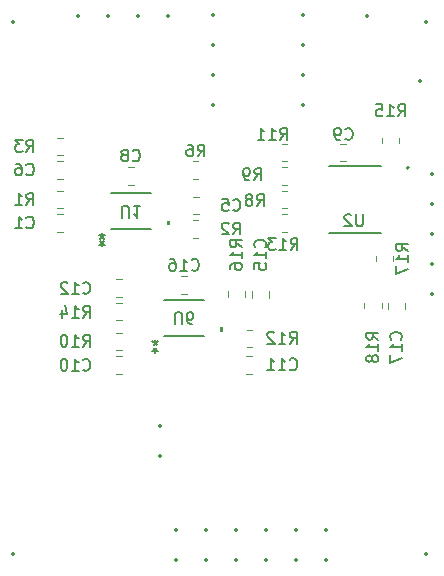
<source format=gbo>
%TF.GenerationSoftware,KiCad,Pcbnew,8.0.2*%
%TF.CreationDate,2024-06-08T00:27:39-04:00*%
%TF.ProjectId,EIS Board,45495320-426f-4617-9264-2e6b69636164,rev?*%
%TF.SameCoordinates,Original*%
%TF.FileFunction,Legend,Bot*%
%TF.FilePolarity,Positive*%
%FSLAX46Y46*%
G04 Gerber Fmt 4.6, Leading zero omitted, Abs format (unit mm)*
G04 Created by KiCad (PCBNEW 8.0.2) date 2024-06-08 00:27:39*
%MOMM*%
%LPD*%
G01*
G04 APERTURE LIST*
%ADD10C,0.150000*%
%ADD11C,0.152400*%
%ADD12C,0.000000*%
%ADD13C,0.120000*%
%ADD14C,0.200000*%
%ADD15C,0.127000*%
%ADD16C,0.350000*%
G04 APERTURE END LIST*
D10*
X116238095Y-78045180D02*
X116238095Y-77235657D01*
X116238095Y-77235657D02*
X116285714Y-77140419D01*
X116285714Y-77140419D02*
X116333333Y-77092800D01*
X116333333Y-77092800D02*
X116428571Y-77045180D01*
X116428571Y-77045180D02*
X116619047Y-77045180D01*
X116619047Y-77045180D02*
X116714285Y-77092800D01*
X116714285Y-77092800D02*
X116761904Y-77140419D01*
X116761904Y-77140419D02*
X116809523Y-77235657D01*
X116809523Y-77235657D02*
X116809523Y-78045180D01*
X117714285Y-78045180D02*
X117523809Y-78045180D01*
X117523809Y-78045180D02*
X117428571Y-77997561D01*
X117428571Y-77997561D02*
X117380952Y-77949942D01*
X117380952Y-77949942D02*
X117285714Y-77807085D01*
X117285714Y-77807085D02*
X117238095Y-77616609D01*
X117238095Y-77616609D02*
X117238095Y-77235657D01*
X117238095Y-77235657D02*
X117285714Y-77140419D01*
X117285714Y-77140419D02*
X117333333Y-77092800D01*
X117333333Y-77092800D02*
X117428571Y-77045180D01*
X117428571Y-77045180D02*
X117619047Y-77045180D01*
X117619047Y-77045180D02*
X117714285Y-77092800D01*
X117714285Y-77092800D02*
X117761904Y-77140419D01*
X117761904Y-77140419D02*
X117809523Y-77235657D01*
X117809523Y-77235657D02*
X117809523Y-77473752D01*
X117809523Y-77473752D02*
X117761904Y-77568990D01*
X117761904Y-77568990D02*
X117714285Y-77616609D01*
X117714285Y-77616609D02*
X117619047Y-77664228D01*
X117619047Y-77664228D02*
X117428571Y-77664228D01*
X117428571Y-77664228D02*
X117333333Y-77616609D01*
X117333333Y-77616609D02*
X117285714Y-77568990D01*
X117285714Y-77568990D02*
X117238095Y-77473752D01*
X114567950Y-80467832D02*
X114567950Y-80229737D01*
X114329855Y-80324975D02*
X114567950Y-80229737D01*
X114567950Y-80229737D02*
X114806045Y-80324975D01*
X114425093Y-80039261D02*
X114567950Y-80229737D01*
X114567950Y-80229737D02*
X114710807Y-80039261D01*
X114567949Y-79377471D02*
X114567949Y-79615566D01*
X114806044Y-79520328D02*
X114567949Y-79615566D01*
X114567949Y-79615566D02*
X114329854Y-79520328D01*
X114710806Y-79806042D02*
X114567949Y-79615566D01*
X114567949Y-79615566D02*
X114425092Y-79806042D01*
X111738095Y-69045180D02*
X111738095Y-68235657D01*
X111738095Y-68235657D02*
X111785714Y-68140419D01*
X111785714Y-68140419D02*
X111833333Y-68092800D01*
X111833333Y-68092800D02*
X111928571Y-68045180D01*
X111928571Y-68045180D02*
X112119047Y-68045180D01*
X112119047Y-68045180D02*
X112214285Y-68092800D01*
X112214285Y-68092800D02*
X112261904Y-68140419D01*
X112261904Y-68140419D02*
X112309523Y-68235657D01*
X112309523Y-68235657D02*
X112309523Y-69045180D01*
X113309523Y-68045180D02*
X112738095Y-68045180D01*
X113023809Y-68045180D02*
X113023809Y-69045180D01*
X113023809Y-69045180D02*
X112928571Y-68902323D01*
X112928571Y-68902323D02*
X112833333Y-68807085D01*
X112833333Y-68807085D02*
X112738095Y-68759466D01*
X110067950Y-71467832D02*
X110067950Y-71229737D01*
X109829855Y-71324975D02*
X110067950Y-71229737D01*
X110067950Y-71229737D02*
X110306045Y-71324975D01*
X109925093Y-71039261D02*
X110067950Y-71229737D01*
X110067950Y-71229737D02*
X110210807Y-71039261D01*
X110067949Y-70377471D02*
X110067949Y-70615566D01*
X110306044Y-70520328D02*
X110067949Y-70615566D01*
X110067949Y-70615566D02*
X109829854Y-70520328D01*
X110210806Y-70806042D02*
X110067949Y-70615566D01*
X110067949Y-70615566D02*
X109925092Y-70806042D01*
X125964807Y-81859580D02*
X126012426Y-81907200D01*
X126012426Y-81907200D02*
X126155283Y-81954819D01*
X126155283Y-81954819D02*
X126250521Y-81954819D01*
X126250521Y-81954819D02*
X126393378Y-81907200D01*
X126393378Y-81907200D02*
X126488616Y-81811961D01*
X126488616Y-81811961D02*
X126536235Y-81716723D01*
X126536235Y-81716723D02*
X126583854Y-81526247D01*
X126583854Y-81526247D02*
X126583854Y-81383390D01*
X126583854Y-81383390D02*
X126536235Y-81192914D01*
X126536235Y-81192914D02*
X126488616Y-81097676D01*
X126488616Y-81097676D02*
X126393378Y-81002438D01*
X126393378Y-81002438D02*
X126250521Y-80954819D01*
X126250521Y-80954819D02*
X126155283Y-80954819D01*
X126155283Y-80954819D02*
X126012426Y-81002438D01*
X126012426Y-81002438D02*
X125964807Y-81050057D01*
X125012426Y-81954819D02*
X125583854Y-81954819D01*
X125298140Y-81954819D02*
X125298140Y-80954819D01*
X125298140Y-80954819D02*
X125393378Y-81097676D01*
X125393378Y-81097676D02*
X125488616Y-81192914D01*
X125488616Y-81192914D02*
X125583854Y-81240533D01*
X124060045Y-81954819D02*
X124631473Y-81954819D01*
X124345759Y-81954819D02*
X124345759Y-80954819D01*
X124345759Y-80954819D02*
X124440997Y-81097676D01*
X124440997Y-81097676D02*
X124536235Y-81192914D01*
X124536235Y-81192914D02*
X124631473Y-81240533D01*
X130666666Y-62359580D02*
X130714285Y-62407200D01*
X130714285Y-62407200D02*
X130857142Y-62454819D01*
X130857142Y-62454819D02*
X130952380Y-62454819D01*
X130952380Y-62454819D02*
X131095237Y-62407200D01*
X131095237Y-62407200D02*
X131190475Y-62311961D01*
X131190475Y-62311961D02*
X131238094Y-62216723D01*
X131238094Y-62216723D02*
X131285713Y-62026247D01*
X131285713Y-62026247D02*
X131285713Y-61883390D01*
X131285713Y-61883390D02*
X131238094Y-61692914D01*
X131238094Y-61692914D02*
X131190475Y-61597676D01*
X131190475Y-61597676D02*
X131095237Y-61502438D01*
X131095237Y-61502438D02*
X130952380Y-61454819D01*
X130952380Y-61454819D02*
X130857142Y-61454819D01*
X130857142Y-61454819D02*
X130714285Y-61502438D01*
X130714285Y-61502438D02*
X130666666Y-61550057D01*
X130190475Y-62454819D02*
X129999999Y-62454819D01*
X129999999Y-62454819D02*
X129904761Y-62407200D01*
X129904761Y-62407200D02*
X129857142Y-62359580D01*
X129857142Y-62359580D02*
X129761904Y-62216723D01*
X129761904Y-62216723D02*
X129714285Y-62026247D01*
X129714285Y-62026247D02*
X129714285Y-61645295D01*
X129714285Y-61645295D02*
X129761904Y-61550057D01*
X129761904Y-61550057D02*
X129809523Y-61502438D01*
X129809523Y-61502438D02*
X129904761Y-61454819D01*
X129904761Y-61454819D02*
X130095237Y-61454819D01*
X130095237Y-61454819D02*
X130190475Y-61502438D01*
X130190475Y-61502438D02*
X130238094Y-61550057D01*
X130238094Y-61550057D02*
X130285713Y-61645295D01*
X130285713Y-61645295D02*
X130285713Y-61883390D01*
X130285713Y-61883390D02*
X130238094Y-61978628D01*
X130238094Y-61978628D02*
X130190475Y-62026247D01*
X130190475Y-62026247D02*
X130095237Y-62073866D01*
X130095237Y-62073866D02*
X129904761Y-62073866D01*
X129904761Y-62073866D02*
X129809523Y-62026247D01*
X129809523Y-62026247D02*
X129761904Y-61978628D01*
X129761904Y-61978628D02*
X129714285Y-61883390D01*
X121166666Y-70454819D02*
X121499999Y-69978628D01*
X121738094Y-70454819D02*
X121738094Y-69454819D01*
X121738094Y-69454819D02*
X121357142Y-69454819D01*
X121357142Y-69454819D02*
X121261904Y-69502438D01*
X121261904Y-69502438D02*
X121214285Y-69550057D01*
X121214285Y-69550057D02*
X121166666Y-69645295D01*
X121166666Y-69645295D02*
X121166666Y-69788152D01*
X121166666Y-69788152D02*
X121214285Y-69883390D01*
X121214285Y-69883390D02*
X121261904Y-69931009D01*
X121261904Y-69931009D02*
X121357142Y-69978628D01*
X121357142Y-69978628D02*
X121738094Y-69978628D01*
X120785713Y-69550057D02*
X120738094Y-69502438D01*
X120738094Y-69502438D02*
X120642856Y-69454819D01*
X120642856Y-69454819D02*
X120404761Y-69454819D01*
X120404761Y-69454819D02*
X120309523Y-69502438D01*
X120309523Y-69502438D02*
X120261904Y-69550057D01*
X120261904Y-69550057D02*
X120214285Y-69645295D01*
X120214285Y-69645295D02*
X120214285Y-69740533D01*
X120214285Y-69740533D02*
X120261904Y-69883390D01*
X120261904Y-69883390D02*
X120833332Y-70454819D01*
X120833332Y-70454819D02*
X120214285Y-70454819D01*
X108464807Y-77492571D02*
X108798140Y-77016380D01*
X109036235Y-77492571D02*
X109036235Y-76492571D01*
X109036235Y-76492571D02*
X108655283Y-76492571D01*
X108655283Y-76492571D02*
X108560045Y-76540190D01*
X108560045Y-76540190D02*
X108512426Y-76587809D01*
X108512426Y-76587809D02*
X108464807Y-76683047D01*
X108464807Y-76683047D02*
X108464807Y-76825904D01*
X108464807Y-76825904D02*
X108512426Y-76921142D01*
X108512426Y-76921142D02*
X108560045Y-76968761D01*
X108560045Y-76968761D02*
X108655283Y-77016380D01*
X108655283Y-77016380D02*
X109036235Y-77016380D01*
X107512426Y-77492571D02*
X108083854Y-77492571D01*
X107798140Y-77492571D02*
X107798140Y-76492571D01*
X107798140Y-76492571D02*
X107893378Y-76635428D01*
X107893378Y-76635428D02*
X107988616Y-76730666D01*
X107988616Y-76730666D02*
X108083854Y-76778285D01*
X106655283Y-76825904D02*
X106655283Y-77492571D01*
X106893378Y-76444952D02*
X107131473Y-77159237D01*
X107131473Y-77159237D02*
X106512426Y-77159237D01*
X121917319Y-71535192D02*
X121441128Y-71201859D01*
X121917319Y-70963764D02*
X120917319Y-70963764D01*
X120917319Y-70963764D02*
X120917319Y-71344716D01*
X120917319Y-71344716D02*
X120964938Y-71439954D01*
X120964938Y-71439954D02*
X121012557Y-71487573D01*
X121012557Y-71487573D02*
X121107795Y-71535192D01*
X121107795Y-71535192D02*
X121250652Y-71535192D01*
X121250652Y-71535192D02*
X121345890Y-71487573D01*
X121345890Y-71487573D02*
X121393509Y-71439954D01*
X121393509Y-71439954D02*
X121441128Y-71344716D01*
X121441128Y-71344716D02*
X121441128Y-70963764D01*
X121917319Y-72487573D02*
X121917319Y-71916145D01*
X121917319Y-72201859D02*
X120917319Y-72201859D01*
X120917319Y-72201859D02*
X121060176Y-72106621D01*
X121060176Y-72106621D02*
X121155414Y-72011383D01*
X121155414Y-72011383D02*
X121203033Y-71916145D01*
X120917319Y-73344716D02*
X120917319Y-73154240D01*
X120917319Y-73154240D02*
X120964938Y-73059002D01*
X120964938Y-73059002D02*
X121012557Y-73011383D01*
X121012557Y-73011383D02*
X121155414Y-72916145D01*
X121155414Y-72916145D02*
X121345890Y-72868526D01*
X121345890Y-72868526D02*
X121726842Y-72868526D01*
X121726842Y-72868526D02*
X121822080Y-72916145D01*
X121822080Y-72916145D02*
X121869700Y-72963764D01*
X121869700Y-72963764D02*
X121917319Y-73059002D01*
X121917319Y-73059002D02*
X121917319Y-73249478D01*
X121917319Y-73249478D02*
X121869700Y-73344716D01*
X121869700Y-73344716D02*
X121822080Y-73392335D01*
X121822080Y-73392335D02*
X121726842Y-73439954D01*
X121726842Y-73439954D02*
X121488747Y-73439954D01*
X121488747Y-73439954D02*
X121393509Y-73392335D01*
X121393509Y-73392335D02*
X121345890Y-73344716D01*
X121345890Y-73344716D02*
X121298271Y-73249478D01*
X121298271Y-73249478D02*
X121298271Y-73059002D01*
X121298271Y-73059002D02*
X121345890Y-72963764D01*
X121345890Y-72963764D02*
X121393509Y-72916145D01*
X121393509Y-72916145D02*
X121488747Y-72868526D01*
X118166666Y-63854819D02*
X118499999Y-63378628D01*
X118738094Y-63854819D02*
X118738094Y-62854819D01*
X118738094Y-62854819D02*
X118357142Y-62854819D01*
X118357142Y-62854819D02*
X118261904Y-62902438D01*
X118261904Y-62902438D02*
X118214285Y-62950057D01*
X118214285Y-62950057D02*
X118166666Y-63045295D01*
X118166666Y-63045295D02*
X118166666Y-63188152D01*
X118166666Y-63188152D02*
X118214285Y-63283390D01*
X118214285Y-63283390D02*
X118261904Y-63331009D01*
X118261904Y-63331009D02*
X118357142Y-63378628D01*
X118357142Y-63378628D02*
X118738094Y-63378628D01*
X117309523Y-62854819D02*
X117499999Y-62854819D01*
X117499999Y-62854819D02*
X117595237Y-62902438D01*
X117595237Y-62902438D02*
X117642856Y-62950057D01*
X117642856Y-62950057D02*
X117738094Y-63092914D01*
X117738094Y-63092914D02*
X117785713Y-63283390D01*
X117785713Y-63283390D02*
X117785713Y-63664342D01*
X117785713Y-63664342D02*
X117738094Y-63759580D01*
X117738094Y-63759580D02*
X117690475Y-63807200D01*
X117690475Y-63807200D02*
X117595237Y-63854819D01*
X117595237Y-63854819D02*
X117404761Y-63854819D01*
X117404761Y-63854819D02*
X117309523Y-63807200D01*
X117309523Y-63807200D02*
X117261904Y-63759580D01*
X117261904Y-63759580D02*
X117214285Y-63664342D01*
X117214285Y-63664342D02*
X117214285Y-63426247D01*
X117214285Y-63426247D02*
X117261904Y-63331009D01*
X117261904Y-63331009D02*
X117309523Y-63283390D01*
X117309523Y-63283390D02*
X117404761Y-63235771D01*
X117404761Y-63235771D02*
X117595237Y-63235771D01*
X117595237Y-63235771D02*
X117690475Y-63283390D01*
X117690475Y-63283390D02*
X117738094Y-63331009D01*
X117738094Y-63331009D02*
X117785713Y-63426247D01*
X122966666Y-65854819D02*
X123299999Y-65378628D01*
X123538094Y-65854819D02*
X123538094Y-64854819D01*
X123538094Y-64854819D02*
X123157142Y-64854819D01*
X123157142Y-64854819D02*
X123061904Y-64902438D01*
X123061904Y-64902438D02*
X123014285Y-64950057D01*
X123014285Y-64950057D02*
X122966666Y-65045295D01*
X122966666Y-65045295D02*
X122966666Y-65188152D01*
X122966666Y-65188152D02*
X123014285Y-65283390D01*
X123014285Y-65283390D02*
X123061904Y-65331009D01*
X123061904Y-65331009D02*
X123157142Y-65378628D01*
X123157142Y-65378628D02*
X123538094Y-65378628D01*
X122490475Y-65854819D02*
X122299999Y-65854819D01*
X122299999Y-65854819D02*
X122204761Y-65807200D01*
X122204761Y-65807200D02*
X122157142Y-65759580D01*
X122157142Y-65759580D02*
X122061904Y-65616723D01*
X122061904Y-65616723D02*
X122014285Y-65426247D01*
X122014285Y-65426247D02*
X122014285Y-65045295D01*
X122014285Y-65045295D02*
X122061904Y-64950057D01*
X122061904Y-64950057D02*
X122109523Y-64902438D01*
X122109523Y-64902438D02*
X122204761Y-64854819D01*
X122204761Y-64854819D02*
X122395237Y-64854819D01*
X122395237Y-64854819D02*
X122490475Y-64902438D01*
X122490475Y-64902438D02*
X122538094Y-64950057D01*
X122538094Y-64950057D02*
X122585713Y-65045295D01*
X122585713Y-65045295D02*
X122585713Y-65283390D01*
X122585713Y-65283390D02*
X122538094Y-65378628D01*
X122538094Y-65378628D02*
X122490475Y-65426247D01*
X122490475Y-65426247D02*
X122395237Y-65473866D01*
X122395237Y-65473866D02*
X122204761Y-65473866D01*
X122204761Y-65473866D02*
X122109523Y-65426247D01*
X122109523Y-65426247D02*
X122061904Y-65378628D01*
X122061904Y-65378628D02*
X122014285Y-65283390D01*
X135142857Y-60454819D02*
X135476190Y-59978628D01*
X135714285Y-60454819D02*
X135714285Y-59454819D01*
X135714285Y-59454819D02*
X135333333Y-59454819D01*
X135333333Y-59454819D02*
X135238095Y-59502438D01*
X135238095Y-59502438D02*
X135190476Y-59550057D01*
X135190476Y-59550057D02*
X135142857Y-59645295D01*
X135142857Y-59645295D02*
X135142857Y-59788152D01*
X135142857Y-59788152D02*
X135190476Y-59883390D01*
X135190476Y-59883390D02*
X135238095Y-59931009D01*
X135238095Y-59931009D02*
X135333333Y-59978628D01*
X135333333Y-59978628D02*
X135714285Y-59978628D01*
X134190476Y-60454819D02*
X134761904Y-60454819D01*
X134476190Y-60454819D02*
X134476190Y-59454819D01*
X134476190Y-59454819D02*
X134571428Y-59597676D01*
X134571428Y-59597676D02*
X134666666Y-59692914D01*
X134666666Y-59692914D02*
X134761904Y-59740533D01*
X133285714Y-59454819D02*
X133761904Y-59454819D01*
X133761904Y-59454819D02*
X133809523Y-59931009D01*
X133809523Y-59931009D02*
X133761904Y-59883390D01*
X133761904Y-59883390D02*
X133666666Y-59835771D01*
X133666666Y-59835771D02*
X133428571Y-59835771D01*
X133428571Y-59835771D02*
X133333333Y-59883390D01*
X133333333Y-59883390D02*
X133285714Y-59931009D01*
X133285714Y-59931009D02*
X133238095Y-60026247D01*
X133238095Y-60026247D02*
X133238095Y-60264342D01*
X133238095Y-60264342D02*
X133285714Y-60359580D01*
X133285714Y-60359580D02*
X133333333Y-60407200D01*
X133333333Y-60407200D02*
X133428571Y-60454819D01*
X133428571Y-60454819D02*
X133666666Y-60454819D01*
X133666666Y-60454819D02*
X133761904Y-60407200D01*
X133761904Y-60407200D02*
X133809523Y-60359580D01*
X125964807Y-79704819D02*
X126298140Y-79228628D01*
X126536235Y-79704819D02*
X126536235Y-78704819D01*
X126536235Y-78704819D02*
X126155283Y-78704819D01*
X126155283Y-78704819D02*
X126060045Y-78752438D01*
X126060045Y-78752438D02*
X126012426Y-78800057D01*
X126012426Y-78800057D02*
X125964807Y-78895295D01*
X125964807Y-78895295D02*
X125964807Y-79038152D01*
X125964807Y-79038152D02*
X126012426Y-79133390D01*
X126012426Y-79133390D02*
X126060045Y-79181009D01*
X126060045Y-79181009D02*
X126155283Y-79228628D01*
X126155283Y-79228628D02*
X126536235Y-79228628D01*
X125012426Y-79704819D02*
X125583854Y-79704819D01*
X125298140Y-79704819D02*
X125298140Y-78704819D01*
X125298140Y-78704819D02*
X125393378Y-78847676D01*
X125393378Y-78847676D02*
X125488616Y-78942914D01*
X125488616Y-78942914D02*
X125583854Y-78990533D01*
X124631473Y-78800057D02*
X124583854Y-78752438D01*
X124583854Y-78752438D02*
X124488616Y-78704819D01*
X124488616Y-78704819D02*
X124250521Y-78704819D01*
X124250521Y-78704819D02*
X124155283Y-78752438D01*
X124155283Y-78752438D02*
X124107664Y-78800057D01*
X124107664Y-78800057D02*
X124060045Y-78895295D01*
X124060045Y-78895295D02*
X124060045Y-78990533D01*
X124060045Y-78990533D02*
X124107664Y-79133390D01*
X124107664Y-79133390D02*
X124679092Y-79704819D01*
X124679092Y-79704819D02*
X124060045Y-79704819D01*
X133454819Y-79357142D02*
X132978628Y-79023809D01*
X133454819Y-78785714D02*
X132454819Y-78785714D01*
X132454819Y-78785714D02*
X132454819Y-79166666D01*
X132454819Y-79166666D02*
X132502438Y-79261904D01*
X132502438Y-79261904D02*
X132550057Y-79309523D01*
X132550057Y-79309523D02*
X132645295Y-79357142D01*
X132645295Y-79357142D02*
X132788152Y-79357142D01*
X132788152Y-79357142D02*
X132883390Y-79309523D01*
X132883390Y-79309523D02*
X132931009Y-79261904D01*
X132931009Y-79261904D02*
X132978628Y-79166666D01*
X132978628Y-79166666D02*
X132978628Y-78785714D01*
X133454819Y-80309523D02*
X133454819Y-79738095D01*
X133454819Y-80023809D02*
X132454819Y-80023809D01*
X132454819Y-80023809D02*
X132597676Y-79928571D01*
X132597676Y-79928571D02*
X132692914Y-79833333D01*
X132692914Y-79833333D02*
X132740533Y-79738095D01*
X132883390Y-80880952D02*
X132835771Y-80785714D01*
X132835771Y-80785714D02*
X132788152Y-80738095D01*
X132788152Y-80738095D02*
X132692914Y-80690476D01*
X132692914Y-80690476D02*
X132645295Y-80690476D01*
X132645295Y-80690476D02*
X132550057Y-80738095D01*
X132550057Y-80738095D02*
X132502438Y-80785714D01*
X132502438Y-80785714D02*
X132454819Y-80880952D01*
X132454819Y-80880952D02*
X132454819Y-81071428D01*
X132454819Y-81071428D02*
X132502438Y-81166666D01*
X132502438Y-81166666D02*
X132550057Y-81214285D01*
X132550057Y-81214285D02*
X132645295Y-81261904D01*
X132645295Y-81261904D02*
X132692914Y-81261904D01*
X132692914Y-81261904D02*
X132788152Y-81214285D01*
X132788152Y-81214285D02*
X132835771Y-81166666D01*
X132835771Y-81166666D02*
X132883390Y-81071428D01*
X132883390Y-81071428D02*
X132883390Y-80880952D01*
X132883390Y-80880952D02*
X132931009Y-80785714D01*
X132931009Y-80785714D02*
X132978628Y-80738095D01*
X132978628Y-80738095D02*
X133073866Y-80690476D01*
X133073866Y-80690476D02*
X133264342Y-80690476D01*
X133264342Y-80690476D02*
X133359580Y-80738095D01*
X133359580Y-80738095D02*
X133407200Y-80785714D01*
X133407200Y-80785714D02*
X133454819Y-80880952D01*
X133454819Y-80880952D02*
X133454819Y-81071428D01*
X133454819Y-81071428D02*
X133407200Y-81166666D01*
X133407200Y-81166666D02*
X133359580Y-81214285D01*
X133359580Y-81214285D02*
X133264342Y-81261904D01*
X133264342Y-81261904D02*
X133073866Y-81261904D01*
X133073866Y-81261904D02*
X132978628Y-81214285D01*
X132978628Y-81214285D02*
X132931009Y-81166666D01*
X132931009Y-81166666D02*
X132883390Y-81071428D01*
X103666666Y-65359580D02*
X103714285Y-65407200D01*
X103714285Y-65407200D02*
X103857142Y-65454819D01*
X103857142Y-65454819D02*
X103952380Y-65454819D01*
X103952380Y-65454819D02*
X104095237Y-65407200D01*
X104095237Y-65407200D02*
X104190475Y-65311961D01*
X104190475Y-65311961D02*
X104238094Y-65216723D01*
X104238094Y-65216723D02*
X104285713Y-65026247D01*
X104285713Y-65026247D02*
X104285713Y-64883390D01*
X104285713Y-64883390D02*
X104238094Y-64692914D01*
X104238094Y-64692914D02*
X104190475Y-64597676D01*
X104190475Y-64597676D02*
X104095237Y-64502438D01*
X104095237Y-64502438D02*
X103952380Y-64454819D01*
X103952380Y-64454819D02*
X103857142Y-64454819D01*
X103857142Y-64454819D02*
X103714285Y-64502438D01*
X103714285Y-64502438D02*
X103666666Y-64550057D01*
X102809523Y-64454819D02*
X102999999Y-64454819D01*
X102999999Y-64454819D02*
X103095237Y-64502438D01*
X103095237Y-64502438D02*
X103142856Y-64550057D01*
X103142856Y-64550057D02*
X103238094Y-64692914D01*
X103238094Y-64692914D02*
X103285713Y-64883390D01*
X103285713Y-64883390D02*
X103285713Y-65264342D01*
X103285713Y-65264342D02*
X103238094Y-65359580D01*
X103238094Y-65359580D02*
X103190475Y-65407200D01*
X103190475Y-65407200D02*
X103095237Y-65454819D01*
X103095237Y-65454819D02*
X102904761Y-65454819D01*
X102904761Y-65454819D02*
X102809523Y-65407200D01*
X102809523Y-65407200D02*
X102761904Y-65359580D01*
X102761904Y-65359580D02*
X102714285Y-65264342D01*
X102714285Y-65264342D02*
X102714285Y-65026247D01*
X102714285Y-65026247D02*
X102761904Y-64931009D01*
X102761904Y-64931009D02*
X102809523Y-64883390D01*
X102809523Y-64883390D02*
X102904761Y-64835771D01*
X102904761Y-64835771D02*
X103095237Y-64835771D01*
X103095237Y-64835771D02*
X103190475Y-64883390D01*
X103190475Y-64883390D02*
X103238094Y-64931009D01*
X103238094Y-64931009D02*
X103285713Y-65026247D01*
X126042857Y-71754819D02*
X126376190Y-71278628D01*
X126614285Y-71754819D02*
X126614285Y-70754819D01*
X126614285Y-70754819D02*
X126233333Y-70754819D01*
X126233333Y-70754819D02*
X126138095Y-70802438D01*
X126138095Y-70802438D02*
X126090476Y-70850057D01*
X126090476Y-70850057D02*
X126042857Y-70945295D01*
X126042857Y-70945295D02*
X126042857Y-71088152D01*
X126042857Y-71088152D02*
X126090476Y-71183390D01*
X126090476Y-71183390D02*
X126138095Y-71231009D01*
X126138095Y-71231009D02*
X126233333Y-71278628D01*
X126233333Y-71278628D02*
X126614285Y-71278628D01*
X125090476Y-71754819D02*
X125661904Y-71754819D01*
X125376190Y-71754819D02*
X125376190Y-70754819D01*
X125376190Y-70754819D02*
X125471428Y-70897676D01*
X125471428Y-70897676D02*
X125566666Y-70992914D01*
X125566666Y-70992914D02*
X125661904Y-71040533D01*
X124757142Y-70754819D02*
X124138095Y-70754819D01*
X124138095Y-70754819D02*
X124471428Y-71135771D01*
X124471428Y-71135771D02*
X124328571Y-71135771D01*
X124328571Y-71135771D02*
X124233333Y-71183390D01*
X124233333Y-71183390D02*
X124185714Y-71231009D01*
X124185714Y-71231009D02*
X124138095Y-71326247D01*
X124138095Y-71326247D02*
X124138095Y-71564342D01*
X124138095Y-71564342D02*
X124185714Y-71659580D01*
X124185714Y-71659580D02*
X124233333Y-71707200D01*
X124233333Y-71707200D02*
X124328571Y-71754819D01*
X124328571Y-71754819D02*
X124614285Y-71754819D01*
X124614285Y-71754819D02*
X124709523Y-71707200D01*
X124709523Y-71707200D02*
X124757142Y-71659580D01*
X132161904Y-68754819D02*
X132161904Y-69564342D01*
X132161904Y-69564342D02*
X132114285Y-69659580D01*
X132114285Y-69659580D02*
X132066666Y-69707200D01*
X132066666Y-69707200D02*
X131971428Y-69754819D01*
X131971428Y-69754819D02*
X131780952Y-69754819D01*
X131780952Y-69754819D02*
X131685714Y-69707200D01*
X131685714Y-69707200D02*
X131638095Y-69659580D01*
X131638095Y-69659580D02*
X131590476Y-69564342D01*
X131590476Y-69564342D02*
X131590476Y-68754819D01*
X131161904Y-68850057D02*
X131114285Y-68802438D01*
X131114285Y-68802438D02*
X131019047Y-68754819D01*
X131019047Y-68754819D02*
X130780952Y-68754819D01*
X130780952Y-68754819D02*
X130685714Y-68802438D01*
X130685714Y-68802438D02*
X130638095Y-68850057D01*
X130638095Y-68850057D02*
X130590476Y-68945295D01*
X130590476Y-68945295D02*
X130590476Y-69040533D01*
X130590476Y-69040533D02*
X130638095Y-69183390D01*
X130638095Y-69183390D02*
X131209523Y-69754819D01*
X131209523Y-69754819D02*
X130590476Y-69754819D01*
X103666666Y-63454819D02*
X103999999Y-62978628D01*
X104238094Y-63454819D02*
X104238094Y-62454819D01*
X104238094Y-62454819D02*
X103857142Y-62454819D01*
X103857142Y-62454819D02*
X103761904Y-62502438D01*
X103761904Y-62502438D02*
X103714285Y-62550057D01*
X103714285Y-62550057D02*
X103666666Y-62645295D01*
X103666666Y-62645295D02*
X103666666Y-62788152D01*
X103666666Y-62788152D02*
X103714285Y-62883390D01*
X103714285Y-62883390D02*
X103761904Y-62931009D01*
X103761904Y-62931009D02*
X103857142Y-62978628D01*
X103857142Y-62978628D02*
X104238094Y-62978628D01*
X103333332Y-62454819D02*
X102714285Y-62454819D01*
X102714285Y-62454819D02*
X103047618Y-62835771D01*
X103047618Y-62835771D02*
X102904761Y-62835771D01*
X102904761Y-62835771D02*
X102809523Y-62883390D01*
X102809523Y-62883390D02*
X102761904Y-62931009D01*
X102761904Y-62931009D02*
X102714285Y-63026247D01*
X102714285Y-63026247D02*
X102714285Y-63264342D01*
X102714285Y-63264342D02*
X102761904Y-63359580D01*
X102761904Y-63359580D02*
X102809523Y-63407200D01*
X102809523Y-63407200D02*
X102904761Y-63454819D01*
X102904761Y-63454819D02*
X103190475Y-63454819D01*
X103190475Y-63454819D02*
X103285713Y-63407200D01*
X103285713Y-63407200D02*
X103333332Y-63359580D01*
X117642857Y-73429580D02*
X117690476Y-73477200D01*
X117690476Y-73477200D02*
X117833333Y-73524819D01*
X117833333Y-73524819D02*
X117928571Y-73524819D01*
X117928571Y-73524819D02*
X118071428Y-73477200D01*
X118071428Y-73477200D02*
X118166666Y-73381961D01*
X118166666Y-73381961D02*
X118214285Y-73286723D01*
X118214285Y-73286723D02*
X118261904Y-73096247D01*
X118261904Y-73096247D02*
X118261904Y-72953390D01*
X118261904Y-72953390D02*
X118214285Y-72762914D01*
X118214285Y-72762914D02*
X118166666Y-72667676D01*
X118166666Y-72667676D02*
X118071428Y-72572438D01*
X118071428Y-72572438D02*
X117928571Y-72524819D01*
X117928571Y-72524819D02*
X117833333Y-72524819D01*
X117833333Y-72524819D02*
X117690476Y-72572438D01*
X117690476Y-72572438D02*
X117642857Y-72620057D01*
X116690476Y-73524819D02*
X117261904Y-73524819D01*
X116976190Y-73524819D02*
X116976190Y-72524819D01*
X116976190Y-72524819D02*
X117071428Y-72667676D01*
X117071428Y-72667676D02*
X117166666Y-72762914D01*
X117166666Y-72762914D02*
X117261904Y-72810533D01*
X115833333Y-72524819D02*
X116023809Y-72524819D01*
X116023809Y-72524819D02*
X116119047Y-72572438D01*
X116119047Y-72572438D02*
X116166666Y-72620057D01*
X116166666Y-72620057D02*
X116261904Y-72762914D01*
X116261904Y-72762914D02*
X116309523Y-72953390D01*
X116309523Y-72953390D02*
X116309523Y-73334342D01*
X116309523Y-73334342D02*
X116261904Y-73429580D01*
X116261904Y-73429580D02*
X116214285Y-73477200D01*
X116214285Y-73477200D02*
X116119047Y-73524819D01*
X116119047Y-73524819D02*
X115928571Y-73524819D01*
X115928571Y-73524819D02*
X115833333Y-73477200D01*
X115833333Y-73477200D02*
X115785714Y-73429580D01*
X115785714Y-73429580D02*
X115738095Y-73334342D01*
X115738095Y-73334342D02*
X115738095Y-73096247D01*
X115738095Y-73096247D02*
X115785714Y-73001009D01*
X115785714Y-73001009D02*
X115833333Y-72953390D01*
X115833333Y-72953390D02*
X115928571Y-72905771D01*
X115928571Y-72905771D02*
X116119047Y-72905771D01*
X116119047Y-72905771D02*
X116214285Y-72953390D01*
X116214285Y-72953390D02*
X116261904Y-73001009D01*
X116261904Y-73001009D02*
X116309523Y-73096247D01*
X108464807Y-81897332D02*
X108512426Y-81944952D01*
X108512426Y-81944952D02*
X108655283Y-81992571D01*
X108655283Y-81992571D02*
X108750521Y-81992571D01*
X108750521Y-81992571D02*
X108893378Y-81944952D01*
X108893378Y-81944952D02*
X108988616Y-81849713D01*
X108988616Y-81849713D02*
X109036235Y-81754475D01*
X109036235Y-81754475D02*
X109083854Y-81563999D01*
X109083854Y-81563999D02*
X109083854Y-81421142D01*
X109083854Y-81421142D02*
X109036235Y-81230666D01*
X109036235Y-81230666D02*
X108988616Y-81135428D01*
X108988616Y-81135428D02*
X108893378Y-81040190D01*
X108893378Y-81040190D02*
X108750521Y-80992571D01*
X108750521Y-80992571D02*
X108655283Y-80992571D01*
X108655283Y-80992571D02*
X108512426Y-81040190D01*
X108512426Y-81040190D02*
X108464807Y-81087809D01*
X107512426Y-81992571D02*
X108083854Y-81992571D01*
X107798140Y-81992571D02*
X107798140Y-80992571D01*
X107798140Y-80992571D02*
X107893378Y-81135428D01*
X107893378Y-81135428D02*
X107988616Y-81230666D01*
X107988616Y-81230666D02*
X108083854Y-81278285D01*
X106893378Y-80992571D02*
X106798140Y-80992571D01*
X106798140Y-80992571D02*
X106702902Y-81040190D01*
X106702902Y-81040190D02*
X106655283Y-81087809D01*
X106655283Y-81087809D02*
X106607664Y-81183047D01*
X106607664Y-81183047D02*
X106560045Y-81373523D01*
X106560045Y-81373523D02*
X106560045Y-81611618D01*
X106560045Y-81611618D02*
X106607664Y-81802094D01*
X106607664Y-81802094D02*
X106655283Y-81897332D01*
X106655283Y-81897332D02*
X106702902Y-81944952D01*
X106702902Y-81944952D02*
X106798140Y-81992571D01*
X106798140Y-81992571D02*
X106893378Y-81992571D01*
X106893378Y-81992571D02*
X106988616Y-81944952D01*
X106988616Y-81944952D02*
X107036235Y-81897332D01*
X107036235Y-81897332D02*
X107083854Y-81802094D01*
X107083854Y-81802094D02*
X107131473Y-81611618D01*
X107131473Y-81611618D02*
X107131473Y-81373523D01*
X107131473Y-81373523D02*
X107083854Y-81183047D01*
X107083854Y-81183047D02*
X107036235Y-81087809D01*
X107036235Y-81087809D02*
X106988616Y-81040190D01*
X106988616Y-81040190D02*
X106893378Y-80992571D01*
X103666666Y-69859580D02*
X103714285Y-69907200D01*
X103714285Y-69907200D02*
X103857142Y-69954819D01*
X103857142Y-69954819D02*
X103952380Y-69954819D01*
X103952380Y-69954819D02*
X104095237Y-69907200D01*
X104095237Y-69907200D02*
X104190475Y-69811961D01*
X104190475Y-69811961D02*
X104238094Y-69716723D01*
X104238094Y-69716723D02*
X104285713Y-69526247D01*
X104285713Y-69526247D02*
X104285713Y-69383390D01*
X104285713Y-69383390D02*
X104238094Y-69192914D01*
X104238094Y-69192914D02*
X104190475Y-69097676D01*
X104190475Y-69097676D02*
X104095237Y-69002438D01*
X104095237Y-69002438D02*
X103952380Y-68954819D01*
X103952380Y-68954819D02*
X103857142Y-68954819D01*
X103857142Y-68954819D02*
X103714285Y-69002438D01*
X103714285Y-69002438D02*
X103666666Y-69050057D01*
X102714285Y-69954819D02*
X103285713Y-69954819D01*
X102999999Y-69954819D02*
X102999999Y-68954819D01*
X102999999Y-68954819D02*
X103095237Y-69097676D01*
X103095237Y-69097676D02*
X103190475Y-69192914D01*
X103190475Y-69192914D02*
X103285713Y-69240533D01*
X125142857Y-62454819D02*
X125476190Y-61978628D01*
X125714285Y-62454819D02*
X125714285Y-61454819D01*
X125714285Y-61454819D02*
X125333333Y-61454819D01*
X125333333Y-61454819D02*
X125238095Y-61502438D01*
X125238095Y-61502438D02*
X125190476Y-61550057D01*
X125190476Y-61550057D02*
X125142857Y-61645295D01*
X125142857Y-61645295D02*
X125142857Y-61788152D01*
X125142857Y-61788152D02*
X125190476Y-61883390D01*
X125190476Y-61883390D02*
X125238095Y-61931009D01*
X125238095Y-61931009D02*
X125333333Y-61978628D01*
X125333333Y-61978628D02*
X125714285Y-61978628D01*
X124190476Y-62454819D02*
X124761904Y-62454819D01*
X124476190Y-62454819D02*
X124476190Y-61454819D01*
X124476190Y-61454819D02*
X124571428Y-61597676D01*
X124571428Y-61597676D02*
X124666666Y-61692914D01*
X124666666Y-61692914D02*
X124761904Y-61740533D01*
X123238095Y-62454819D02*
X123809523Y-62454819D01*
X123523809Y-62454819D02*
X123523809Y-61454819D01*
X123523809Y-61454819D02*
X123619047Y-61597676D01*
X123619047Y-61597676D02*
X123714285Y-61692914D01*
X123714285Y-61692914D02*
X123809523Y-61740533D01*
X121166666Y-68359580D02*
X121214285Y-68407200D01*
X121214285Y-68407200D02*
X121357142Y-68454819D01*
X121357142Y-68454819D02*
X121452380Y-68454819D01*
X121452380Y-68454819D02*
X121595237Y-68407200D01*
X121595237Y-68407200D02*
X121690475Y-68311961D01*
X121690475Y-68311961D02*
X121738094Y-68216723D01*
X121738094Y-68216723D02*
X121785713Y-68026247D01*
X121785713Y-68026247D02*
X121785713Y-67883390D01*
X121785713Y-67883390D02*
X121738094Y-67692914D01*
X121738094Y-67692914D02*
X121690475Y-67597676D01*
X121690475Y-67597676D02*
X121595237Y-67502438D01*
X121595237Y-67502438D02*
X121452380Y-67454819D01*
X121452380Y-67454819D02*
X121357142Y-67454819D01*
X121357142Y-67454819D02*
X121214285Y-67502438D01*
X121214285Y-67502438D02*
X121166666Y-67550057D01*
X120261904Y-67454819D02*
X120738094Y-67454819D01*
X120738094Y-67454819D02*
X120785713Y-67931009D01*
X120785713Y-67931009D02*
X120738094Y-67883390D01*
X120738094Y-67883390D02*
X120642856Y-67835771D01*
X120642856Y-67835771D02*
X120404761Y-67835771D01*
X120404761Y-67835771D02*
X120309523Y-67883390D01*
X120309523Y-67883390D02*
X120261904Y-67931009D01*
X120261904Y-67931009D02*
X120214285Y-68026247D01*
X120214285Y-68026247D02*
X120214285Y-68264342D01*
X120214285Y-68264342D02*
X120261904Y-68359580D01*
X120261904Y-68359580D02*
X120309523Y-68407200D01*
X120309523Y-68407200D02*
X120404761Y-68454819D01*
X120404761Y-68454819D02*
X120642856Y-68454819D01*
X120642856Y-68454819D02*
X120738094Y-68407200D01*
X120738094Y-68407200D02*
X120785713Y-68359580D01*
X108464807Y-75397332D02*
X108512426Y-75444952D01*
X108512426Y-75444952D02*
X108655283Y-75492571D01*
X108655283Y-75492571D02*
X108750521Y-75492571D01*
X108750521Y-75492571D02*
X108893378Y-75444952D01*
X108893378Y-75444952D02*
X108988616Y-75349713D01*
X108988616Y-75349713D02*
X109036235Y-75254475D01*
X109036235Y-75254475D02*
X109083854Y-75063999D01*
X109083854Y-75063999D02*
X109083854Y-74921142D01*
X109083854Y-74921142D02*
X109036235Y-74730666D01*
X109036235Y-74730666D02*
X108988616Y-74635428D01*
X108988616Y-74635428D02*
X108893378Y-74540190D01*
X108893378Y-74540190D02*
X108750521Y-74492571D01*
X108750521Y-74492571D02*
X108655283Y-74492571D01*
X108655283Y-74492571D02*
X108512426Y-74540190D01*
X108512426Y-74540190D02*
X108464807Y-74587809D01*
X107512426Y-75492571D02*
X108083854Y-75492571D01*
X107798140Y-75492571D02*
X107798140Y-74492571D01*
X107798140Y-74492571D02*
X107893378Y-74635428D01*
X107893378Y-74635428D02*
X107988616Y-74730666D01*
X107988616Y-74730666D02*
X108083854Y-74778285D01*
X107131473Y-74587809D02*
X107083854Y-74540190D01*
X107083854Y-74540190D02*
X106988616Y-74492571D01*
X106988616Y-74492571D02*
X106750521Y-74492571D01*
X106750521Y-74492571D02*
X106655283Y-74540190D01*
X106655283Y-74540190D02*
X106607664Y-74587809D01*
X106607664Y-74587809D02*
X106560045Y-74683047D01*
X106560045Y-74683047D02*
X106560045Y-74778285D01*
X106560045Y-74778285D02*
X106607664Y-74921142D01*
X106607664Y-74921142D02*
X107179092Y-75492571D01*
X107179092Y-75492571D02*
X106560045Y-75492571D01*
X112666666Y-64179580D02*
X112714285Y-64227200D01*
X112714285Y-64227200D02*
X112857142Y-64274819D01*
X112857142Y-64274819D02*
X112952380Y-64274819D01*
X112952380Y-64274819D02*
X113095237Y-64227200D01*
X113095237Y-64227200D02*
X113190475Y-64131961D01*
X113190475Y-64131961D02*
X113238094Y-64036723D01*
X113238094Y-64036723D02*
X113285713Y-63846247D01*
X113285713Y-63846247D02*
X113285713Y-63703390D01*
X113285713Y-63703390D02*
X113238094Y-63512914D01*
X113238094Y-63512914D02*
X113190475Y-63417676D01*
X113190475Y-63417676D02*
X113095237Y-63322438D01*
X113095237Y-63322438D02*
X112952380Y-63274819D01*
X112952380Y-63274819D02*
X112857142Y-63274819D01*
X112857142Y-63274819D02*
X112714285Y-63322438D01*
X112714285Y-63322438D02*
X112666666Y-63370057D01*
X112095237Y-63703390D02*
X112190475Y-63655771D01*
X112190475Y-63655771D02*
X112238094Y-63608152D01*
X112238094Y-63608152D02*
X112285713Y-63512914D01*
X112285713Y-63512914D02*
X112285713Y-63465295D01*
X112285713Y-63465295D02*
X112238094Y-63370057D01*
X112238094Y-63370057D02*
X112190475Y-63322438D01*
X112190475Y-63322438D02*
X112095237Y-63274819D01*
X112095237Y-63274819D02*
X111904761Y-63274819D01*
X111904761Y-63274819D02*
X111809523Y-63322438D01*
X111809523Y-63322438D02*
X111761904Y-63370057D01*
X111761904Y-63370057D02*
X111714285Y-63465295D01*
X111714285Y-63465295D02*
X111714285Y-63512914D01*
X111714285Y-63512914D02*
X111761904Y-63608152D01*
X111761904Y-63608152D02*
X111809523Y-63655771D01*
X111809523Y-63655771D02*
X111904761Y-63703390D01*
X111904761Y-63703390D02*
X112095237Y-63703390D01*
X112095237Y-63703390D02*
X112190475Y-63751009D01*
X112190475Y-63751009D02*
X112238094Y-63798628D01*
X112238094Y-63798628D02*
X112285713Y-63893866D01*
X112285713Y-63893866D02*
X112285713Y-64084342D01*
X112285713Y-64084342D02*
X112238094Y-64179580D01*
X112238094Y-64179580D02*
X112190475Y-64227200D01*
X112190475Y-64227200D02*
X112095237Y-64274819D01*
X112095237Y-64274819D02*
X111904761Y-64274819D01*
X111904761Y-64274819D02*
X111809523Y-64227200D01*
X111809523Y-64227200D02*
X111761904Y-64179580D01*
X111761904Y-64179580D02*
X111714285Y-64084342D01*
X111714285Y-64084342D02*
X111714285Y-63893866D01*
X111714285Y-63893866D02*
X111761904Y-63798628D01*
X111761904Y-63798628D02*
X111809523Y-63751009D01*
X111809523Y-63751009D02*
X111904761Y-63703390D01*
X135954819Y-71857142D02*
X135478628Y-71523809D01*
X135954819Y-71285714D02*
X134954819Y-71285714D01*
X134954819Y-71285714D02*
X134954819Y-71666666D01*
X134954819Y-71666666D02*
X135002438Y-71761904D01*
X135002438Y-71761904D02*
X135050057Y-71809523D01*
X135050057Y-71809523D02*
X135145295Y-71857142D01*
X135145295Y-71857142D02*
X135288152Y-71857142D01*
X135288152Y-71857142D02*
X135383390Y-71809523D01*
X135383390Y-71809523D02*
X135431009Y-71761904D01*
X135431009Y-71761904D02*
X135478628Y-71666666D01*
X135478628Y-71666666D02*
X135478628Y-71285714D01*
X135954819Y-72809523D02*
X135954819Y-72238095D01*
X135954819Y-72523809D02*
X134954819Y-72523809D01*
X134954819Y-72523809D02*
X135097676Y-72428571D01*
X135097676Y-72428571D02*
X135192914Y-72333333D01*
X135192914Y-72333333D02*
X135240533Y-72238095D01*
X134954819Y-73142857D02*
X134954819Y-73809523D01*
X134954819Y-73809523D02*
X135954819Y-73380952D01*
X135359580Y-79357142D02*
X135407200Y-79309523D01*
X135407200Y-79309523D02*
X135454819Y-79166666D01*
X135454819Y-79166666D02*
X135454819Y-79071428D01*
X135454819Y-79071428D02*
X135407200Y-78928571D01*
X135407200Y-78928571D02*
X135311961Y-78833333D01*
X135311961Y-78833333D02*
X135216723Y-78785714D01*
X135216723Y-78785714D02*
X135026247Y-78738095D01*
X135026247Y-78738095D02*
X134883390Y-78738095D01*
X134883390Y-78738095D02*
X134692914Y-78785714D01*
X134692914Y-78785714D02*
X134597676Y-78833333D01*
X134597676Y-78833333D02*
X134502438Y-78928571D01*
X134502438Y-78928571D02*
X134454819Y-79071428D01*
X134454819Y-79071428D02*
X134454819Y-79166666D01*
X134454819Y-79166666D02*
X134502438Y-79309523D01*
X134502438Y-79309523D02*
X134550057Y-79357142D01*
X135454819Y-80309523D02*
X135454819Y-79738095D01*
X135454819Y-80023809D02*
X134454819Y-80023809D01*
X134454819Y-80023809D02*
X134597676Y-79928571D01*
X134597676Y-79928571D02*
X134692914Y-79833333D01*
X134692914Y-79833333D02*
X134740533Y-79738095D01*
X134454819Y-80642857D02*
X134454819Y-81309523D01*
X134454819Y-81309523D02*
X135454819Y-80880952D01*
X123166666Y-68054819D02*
X123499999Y-67578628D01*
X123738094Y-68054819D02*
X123738094Y-67054819D01*
X123738094Y-67054819D02*
X123357142Y-67054819D01*
X123357142Y-67054819D02*
X123261904Y-67102438D01*
X123261904Y-67102438D02*
X123214285Y-67150057D01*
X123214285Y-67150057D02*
X123166666Y-67245295D01*
X123166666Y-67245295D02*
X123166666Y-67388152D01*
X123166666Y-67388152D02*
X123214285Y-67483390D01*
X123214285Y-67483390D02*
X123261904Y-67531009D01*
X123261904Y-67531009D02*
X123357142Y-67578628D01*
X123357142Y-67578628D02*
X123738094Y-67578628D01*
X122595237Y-67483390D02*
X122690475Y-67435771D01*
X122690475Y-67435771D02*
X122738094Y-67388152D01*
X122738094Y-67388152D02*
X122785713Y-67292914D01*
X122785713Y-67292914D02*
X122785713Y-67245295D01*
X122785713Y-67245295D02*
X122738094Y-67150057D01*
X122738094Y-67150057D02*
X122690475Y-67102438D01*
X122690475Y-67102438D02*
X122595237Y-67054819D01*
X122595237Y-67054819D02*
X122404761Y-67054819D01*
X122404761Y-67054819D02*
X122309523Y-67102438D01*
X122309523Y-67102438D02*
X122261904Y-67150057D01*
X122261904Y-67150057D02*
X122214285Y-67245295D01*
X122214285Y-67245295D02*
X122214285Y-67292914D01*
X122214285Y-67292914D02*
X122261904Y-67388152D01*
X122261904Y-67388152D02*
X122309523Y-67435771D01*
X122309523Y-67435771D02*
X122404761Y-67483390D01*
X122404761Y-67483390D02*
X122595237Y-67483390D01*
X122595237Y-67483390D02*
X122690475Y-67531009D01*
X122690475Y-67531009D02*
X122738094Y-67578628D01*
X122738094Y-67578628D02*
X122785713Y-67673866D01*
X122785713Y-67673866D02*
X122785713Y-67864342D01*
X122785713Y-67864342D02*
X122738094Y-67959580D01*
X122738094Y-67959580D02*
X122690475Y-68007200D01*
X122690475Y-68007200D02*
X122595237Y-68054819D01*
X122595237Y-68054819D02*
X122404761Y-68054819D01*
X122404761Y-68054819D02*
X122309523Y-68007200D01*
X122309523Y-68007200D02*
X122261904Y-67959580D01*
X122261904Y-67959580D02*
X122214285Y-67864342D01*
X122214285Y-67864342D02*
X122214285Y-67673866D01*
X122214285Y-67673866D02*
X122261904Y-67578628D01*
X122261904Y-67578628D02*
X122309523Y-67531009D01*
X122309523Y-67531009D02*
X122404761Y-67483390D01*
X108464807Y-79954819D02*
X108798140Y-79478628D01*
X109036235Y-79954819D02*
X109036235Y-78954819D01*
X109036235Y-78954819D02*
X108655283Y-78954819D01*
X108655283Y-78954819D02*
X108560045Y-79002438D01*
X108560045Y-79002438D02*
X108512426Y-79050057D01*
X108512426Y-79050057D02*
X108464807Y-79145295D01*
X108464807Y-79145295D02*
X108464807Y-79288152D01*
X108464807Y-79288152D02*
X108512426Y-79383390D01*
X108512426Y-79383390D02*
X108560045Y-79431009D01*
X108560045Y-79431009D02*
X108655283Y-79478628D01*
X108655283Y-79478628D02*
X109036235Y-79478628D01*
X107512426Y-79954819D02*
X108083854Y-79954819D01*
X107798140Y-79954819D02*
X107798140Y-78954819D01*
X107798140Y-78954819D02*
X107893378Y-79097676D01*
X107893378Y-79097676D02*
X107988616Y-79192914D01*
X107988616Y-79192914D02*
X108083854Y-79240533D01*
X106893378Y-78954819D02*
X106798140Y-78954819D01*
X106798140Y-78954819D02*
X106702902Y-79002438D01*
X106702902Y-79002438D02*
X106655283Y-79050057D01*
X106655283Y-79050057D02*
X106607664Y-79145295D01*
X106607664Y-79145295D02*
X106560045Y-79335771D01*
X106560045Y-79335771D02*
X106560045Y-79573866D01*
X106560045Y-79573866D02*
X106607664Y-79764342D01*
X106607664Y-79764342D02*
X106655283Y-79859580D01*
X106655283Y-79859580D02*
X106702902Y-79907200D01*
X106702902Y-79907200D02*
X106798140Y-79954819D01*
X106798140Y-79954819D02*
X106893378Y-79954819D01*
X106893378Y-79954819D02*
X106988616Y-79907200D01*
X106988616Y-79907200D02*
X107036235Y-79859580D01*
X107036235Y-79859580D02*
X107083854Y-79764342D01*
X107083854Y-79764342D02*
X107131473Y-79573866D01*
X107131473Y-79573866D02*
X107131473Y-79335771D01*
X107131473Y-79335771D02*
X107083854Y-79145295D01*
X107083854Y-79145295D02*
X107036235Y-79050057D01*
X107036235Y-79050057D02*
X106988616Y-79002438D01*
X106988616Y-79002438D02*
X106893378Y-78954819D01*
X103666666Y-67954819D02*
X103999999Y-67478628D01*
X104238094Y-67954819D02*
X104238094Y-66954819D01*
X104238094Y-66954819D02*
X103857142Y-66954819D01*
X103857142Y-66954819D02*
X103761904Y-67002438D01*
X103761904Y-67002438D02*
X103714285Y-67050057D01*
X103714285Y-67050057D02*
X103666666Y-67145295D01*
X103666666Y-67145295D02*
X103666666Y-67288152D01*
X103666666Y-67288152D02*
X103714285Y-67383390D01*
X103714285Y-67383390D02*
X103761904Y-67431009D01*
X103761904Y-67431009D02*
X103857142Y-67478628D01*
X103857142Y-67478628D02*
X104238094Y-67478628D01*
X102714285Y-67954819D02*
X103285713Y-67954819D01*
X102999999Y-67954819D02*
X102999999Y-66954819D01*
X102999999Y-66954819D02*
X103095237Y-67097676D01*
X103095237Y-67097676D02*
X103190475Y-67192914D01*
X103190475Y-67192914D02*
X103285713Y-67240533D01*
X123859832Y-71535192D02*
X123907452Y-71487573D01*
X123907452Y-71487573D02*
X123955071Y-71344716D01*
X123955071Y-71344716D02*
X123955071Y-71249478D01*
X123955071Y-71249478D02*
X123907452Y-71106621D01*
X123907452Y-71106621D02*
X123812213Y-71011383D01*
X123812213Y-71011383D02*
X123716975Y-70963764D01*
X123716975Y-70963764D02*
X123526499Y-70916145D01*
X123526499Y-70916145D02*
X123383642Y-70916145D01*
X123383642Y-70916145D02*
X123193166Y-70963764D01*
X123193166Y-70963764D02*
X123097928Y-71011383D01*
X123097928Y-71011383D02*
X123002690Y-71106621D01*
X123002690Y-71106621D02*
X122955071Y-71249478D01*
X122955071Y-71249478D02*
X122955071Y-71344716D01*
X122955071Y-71344716D02*
X123002690Y-71487573D01*
X123002690Y-71487573D02*
X123050309Y-71535192D01*
X123955071Y-72487573D02*
X123955071Y-71916145D01*
X123955071Y-72201859D02*
X122955071Y-72201859D01*
X122955071Y-72201859D02*
X123097928Y-72106621D01*
X123097928Y-72106621D02*
X123193166Y-72011383D01*
X123193166Y-72011383D02*
X123240785Y-71916145D01*
X122955071Y-73392335D02*
X122955071Y-72916145D01*
X122955071Y-72916145D02*
X123431261Y-72868526D01*
X123431261Y-72868526D02*
X123383642Y-72916145D01*
X123383642Y-72916145D02*
X123336023Y-73011383D01*
X123336023Y-73011383D02*
X123336023Y-73249478D01*
X123336023Y-73249478D02*
X123383642Y-73344716D01*
X123383642Y-73344716D02*
X123431261Y-73392335D01*
X123431261Y-73392335D02*
X123526499Y-73439954D01*
X123526499Y-73439954D02*
X123764594Y-73439954D01*
X123764594Y-73439954D02*
X123859832Y-73392335D01*
X123859832Y-73392335D02*
X123907452Y-73344716D01*
X123907452Y-73344716D02*
X123955071Y-73249478D01*
X123955071Y-73249478D02*
X123955071Y-73011383D01*
X123955071Y-73011383D02*
X123907452Y-72916145D01*
X123907452Y-72916145D02*
X123859832Y-72868526D01*
D11*
%TO.C,U6*%
X115323600Y-79024000D02*
X118676400Y-79024000D01*
X118676400Y-75976000D02*
X115323600Y-75976000D01*
D12*
G36*
X120314700Y-78690752D02*
G01*
X120060700Y-78690752D01*
X120060700Y-78309752D01*
X120314700Y-78309752D01*
X120314700Y-78690752D01*
G37*
D11*
%TO.C,U1*%
X110823600Y-70024000D02*
X114176400Y-70024000D01*
X114176400Y-66976000D02*
X110823600Y-66976000D01*
D12*
G36*
X115814700Y-69690752D02*
G01*
X115560700Y-69690752D01*
X115560700Y-69309752D01*
X115814700Y-69309752D01*
X115814700Y-69690752D01*
G37*
D13*
%TO.C,C11*%
X122761252Y-82235000D02*
X122238748Y-82235000D01*
X122761252Y-80765000D02*
X122238748Y-80765000D01*
%TO.C,C9*%
X130761252Y-64235000D02*
X130238748Y-64235000D01*
X130761252Y-62765000D02*
X130238748Y-62765000D01*
%TO.C,R2*%
X118227064Y-70735000D02*
X117772936Y-70735000D01*
X118227064Y-69265000D02*
X117772936Y-69265000D01*
%TO.C,R14*%
X111272936Y-77735000D02*
X111727064Y-77735000D01*
X111272936Y-76265000D02*
X111727064Y-76265000D01*
%TO.C,R16*%
X120727500Y-75272936D02*
X120727500Y-75727064D01*
X122197500Y-75272936D02*
X122197500Y-75727064D01*
%TO.C,R6*%
X118227064Y-65735000D02*
X117772936Y-65735000D01*
X118227064Y-64265000D02*
X117772936Y-64265000D01*
%TO.C,R9*%
X125272936Y-66235000D02*
X125727064Y-66235000D01*
X125272936Y-64765000D02*
X125727064Y-64765000D01*
%TO.C,R15*%
X133765000Y-62272936D02*
X133765000Y-62727064D01*
X135235000Y-62272936D02*
X135235000Y-62727064D01*
%TO.C,R12*%
X122764564Y-79985000D02*
X122310436Y-79985000D01*
X122764564Y-78515000D02*
X122310436Y-78515000D01*
%TO.C,R18*%
X132265000Y-76727064D02*
X132265000Y-76272936D01*
X133735000Y-76727064D02*
X133735000Y-76272936D01*
%TO.C,C6*%
X106238748Y-64265000D02*
X106761252Y-64265000D01*
X106238748Y-65735000D02*
X106761252Y-65735000D01*
%TO.C,R13*%
X125272936Y-70235000D02*
X125727064Y-70235000D01*
X125272936Y-68765000D02*
X125727064Y-68765000D01*
D14*
%TO.C,U2*%
X136040000Y-64815000D02*
G75*
G02*
X135840000Y-64815000I-100000J0D01*
G01*
X135840000Y-64815000D02*
G75*
G02*
X136040000Y-64815000I100000J0D01*
G01*
D15*
X129300000Y-70300000D02*
X133700000Y-70300000D01*
X129300000Y-64700000D02*
X133700000Y-64700000D01*
D13*
%TO.C,R3*%
X106272936Y-62265000D02*
X106727064Y-62265000D01*
X106272936Y-63735000D02*
X106727064Y-63735000D01*
%TO.C,C16*%
X116738748Y-74015000D02*
X117261252Y-74015000D01*
X116738748Y-75485000D02*
X117261252Y-75485000D01*
%TO.C,C10*%
X111238748Y-82235000D02*
X111761252Y-82235000D01*
X111238748Y-80765000D02*
X111761252Y-80765000D01*
%TO.C,C1*%
X106238748Y-68765000D02*
X106761252Y-68765000D01*
X106238748Y-70235000D02*
X106761252Y-70235000D01*
%TO.C,R11*%
X125272936Y-64235000D02*
X125727064Y-64235000D01*
X125272936Y-62765000D02*
X125727064Y-62765000D01*
%TO.C,C5*%
X118298752Y-68735000D02*
X117776248Y-68735000D01*
X118298752Y-67265000D02*
X117776248Y-67265000D01*
%TO.C,C12*%
X111238748Y-75735000D02*
X111761252Y-75735000D01*
X111238748Y-74265000D02*
X111761252Y-74265000D01*
%TO.C,C8*%
X112238748Y-66235000D02*
X112761252Y-66235000D01*
X112238748Y-64765000D02*
X112761252Y-64765000D01*
%TO.C,R17*%
X133265000Y-72727064D02*
X133265000Y-72272936D01*
X134735000Y-72727064D02*
X134735000Y-72272936D01*
%TO.C,C17*%
X134265000Y-76761252D02*
X134265000Y-76238748D01*
X135735000Y-76761252D02*
X135735000Y-76238748D01*
%TO.C,R8*%
X125272936Y-68235000D02*
X125727064Y-68235000D01*
X125272936Y-66765000D02*
X125727064Y-66765000D01*
%TO.C,R10*%
X111272936Y-80235000D02*
X111727064Y-80235000D01*
X111272936Y-78765000D02*
X111727064Y-78765000D01*
%TO.C,R1*%
X106272936Y-66765000D02*
X106727064Y-66765000D01*
X106272936Y-68235000D02*
X106727064Y-68235000D01*
%TO.C,C15*%
X122727500Y-75276248D02*
X122727500Y-75798752D01*
X124197500Y-75276248D02*
X124197500Y-75798752D01*
%TD*%
D16*
X127120000Y-51920000D03*
X127120000Y-54460000D03*
X127120000Y-57000000D03*
X127120000Y-59540000D03*
X119500000Y-59540000D03*
X119500000Y-57000000D03*
X119500000Y-54460000D03*
X119500000Y-51920000D03*
X138000000Y-75540000D03*
X138000000Y-73000000D03*
X138000000Y-70460000D03*
X138000000Y-67920000D03*
X138000000Y-65380000D03*
X129000000Y-95500000D03*
X129000000Y-98040000D03*
X126460000Y-95500000D03*
X126460000Y-98040000D03*
X123920000Y-95500000D03*
X123920000Y-98040000D03*
X121380000Y-95500000D03*
X121380000Y-98040000D03*
X118840000Y-95500000D03*
X118840000Y-98040000D03*
X116300000Y-95500000D03*
X116300000Y-98040000D03*
X137000000Y-57500000D03*
X102500000Y-52500000D03*
X132500000Y-52000000D03*
X102500000Y-97500000D03*
X137500000Y-97500000D03*
X115000000Y-86710000D03*
X115000000Y-89250000D03*
X137500000Y-52500000D03*
X115620000Y-52000000D03*
X113080000Y-52000000D03*
X110540000Y-52000000D03*
X108000000Y-52000000D03*
M02*

</source>
